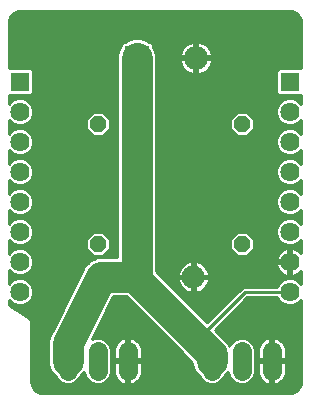
<source format=gbl>
G75*
%MOIN*%
%OFA0B0*%
%FSLAX25Y25*%
%IPPOS*%
%LPD*%
%AMOC8*
5,1,8,0,0,1.08239X$1,22.5*
%
%ADD10R,0.06400X0.06400*%
%ADD11C,0.06400*%
%ADD12OC8,0.05600*%
%ADD13C,0.06400*%
%ADD14R,0.08000X0.08000*%
%ADD15C,0.08000*%
%ADD16C,0.07600*%
%ADD17R,0.07600X0.07600*%
%ADD18C,0.01000*%
%ADD19C,0.10400*%
D10*
X0092000Y0106500D03*
X0182000Y0106500D03*
D11*
X0182000Y0096500D03*
X0182000Y0086500D03*
X0182000Y0076500D03*
X0182000Y0066500D03*
X0182000Y0056500D03*
X0182000Y0046500D03*
X0182000Y0036500D03*
X0092000Y0036500D03*
X0092000Y0046500D03*
X0092000Y0056500D03*
X0092000Y0066500D03*
X0092000Y0076500D03*
X0092000Y0086500D03*
X0092000Y0096500D03*
D12*
X0118000Y0092500D03*
X0166000Y0092500D03*
X0166000Y0052500D03*
X0118000Y0052500D03*
D13*
X0118000Y0016700D02*
X0118000Y0010300D01*
X0108000Y0010300D02*
X0108000Y0016700D01*
X0128000Y0016700D02*
X0128000Y0010300D01*
X0156000Y0010300D02*
X0156000Y0016700D01*
X0166000Y0016700D02*
X0166000Y0010300D01*
X0176000Y0010300D02*
X0176000Y0016700D01*
D14*
X0131000Y0114500D03*
D15*
X0150685Y0114500D03*
D16*
X0149843Y0041500D03*
D17*
X0130157Y0041500D03*
D18*
X0088350Y0033786D02*
X0088350Y0032222D01*
X0094909Y0027850D01*
X0095059Y0027850D01*
X0095360Y0027549D01*
X0095714Y0027313D01*
X0095744Y0027166D01*
X0095850Y0027059D01*
X0095850Y0026634D01*
X0095933Y0026216D01*
X0095850Y0026091D01*
X0095850Y0006500D01*
X0095920Y0005788D01*
X0096465Y0004472D01*
X0097472Y0003465D01*
X0098788Y0002920D01*
X0099500Y0002850D01*
X0182000Y0002850D01*
X0182712Y0002920D01*
X0184028Y0003465D01*
X0185035Y0004472D01*
X0185580Y0005788D01*
X0185650Y0006500D01*
X0185650Y0033786D01*
X0184549Y0032685D01*
X0182895Y0032000D01*
X0181105Y0032000D01*
X0179451Y0032685D01*
X0178185Y0033951D01*
X0177875Y0034700D01*
X0167746Y0034700D01*
X0156948Y0023902D01*
X0159682Y0021168D01*
X0161510Y0019339D01*
X0161866Y0018480D01*
X0162185Y0019249D01*
X0163451Y0020515D01*
X0165105Y0021200D01*
X0166895Y0021200D01*
X0168549Y0020515D01*
X0169815Y0019249D01*
X0170500Y0017595D01*
X0170500Y0009405D01*
X0169815Y0007751D01*
X0168549Y0006485D01*
X0166895Y0005800D01*
X0165105Y0005800D01*
X0163451Y0006485D01*
X0162185Y0007751D01*
X0161500Y0009405D01*
X0161500Y0009808D01*
X0160078Y0008385D01*
X0159815Y0007751D01*
X0158549Y0006485D01*
X0156895Y0005800D01*
X0155105Y0005800D01*
X0153451Y0006485D01*
X0152185Y0007751D01*
X0151922Y0008385D01*
X0150490Y0009818D01*
X0149500Y0012207D01*
X0149500Y0012965D01*
X0145568Y0016897D01*
X0127465Y0035000D01*
X0123030Y0035000D01*
X0115939Y0020717D01*
X0117105Y0021200D01*
X0118895Y0021200D01*
X0120549Y0020515D01*
X0121815Y0019249D01*
X0122500Y0017595D01*
X0122500Y0009405D01*
X0121815Y0007751D01*
X0120549Y0006485D01*
X0118895Y0005800D01*
X0117105Y0005800D01*
X0115451Y0006485D01*
X0114185Y0007751D01*
X0113500Y0009405D01*
X0113500Y0009808D01*
X0112078Y0008385D01*
X0111815Y0007751D01*
X0110549Y0006485D01*
X0108895Y0005800D01*
X0107105Y0005800D01*
X0105451Y0006485D01*
X0104185Y0007751D01*
X0103922Y0008385D01*
X0102490Y0009818D01*
X0101500Y0012207D01*
X0101500Y0018278D01*
X0101427Y0018495D01*
X0101500Y0019564D01*
X0101500Y0020635D01*
X0101587Y0020847D01*
X0101603Y0021075D01*
X0102080Y0022035D01*
X0102490Y0023024D01*
X0102651Y0023186D01*
X0113080Y0044192D01*
X0113490Y0045182D01*
X0113651Y0045344D01*
X0113753Y0045548D01*
X0114560Y0046253D01*
X0115318Y0047010D01*
X0115529Y0047098D01*
X0115702Y0047248D01*
X0116717Y0047590D01*
X0117707Y0048000D01*
X0117936Y0048000D01*
X0118152Y0048073D01*
X0119221Y0048000D01*
X0124500Y0048000D01*
X0124500Y0115793D01*
X0125490Y0118182D01*
X0125700Y0118392D01*
X0125700Y0119038D01*
X0126462Y0119800D01*
X0127108Y0119800D01*
X0127318Y0120010D01*
X0129707Y0121000D01*
X0132293Y0121000D01*
X0134682Y0120010D01*
X0134892Y0119800D01*
X0135538Y0119800D01*
X0136300Y0119038D01*
X0136300Y0118392D01*
X0136510Y0118182D01*
X0137500Y0115793D01*
X0137500Y0043350D01*
X0154402Y0026448D01*
X0166254Y0038300D01*
X0177875Y0038300D01*
X0178185Y0039049D01*
X0179451Y0040315D01*
X0181105Y0041000D01*
X0182895Y0041000D01*
X0184549Y0040315D01*
X0185650Y0039214D01*
X0185650Y0043528D01*
X0185585Y0043438D01*
X0185062Y0042915D01*
X0184463Y0042480D01*
X0183804Y0042144D01*
X0183101Y0041916D01*
X0182500Y0041821D01*
X0182500Y0046000D01*
X0181500Y0046000D01*
X0181500Y0041821D01*
X0180899Y0041916D01*
X0180196Y0042144D01*
X0179537Y0042480D01*
X0178938Y0042915D01*
X0178415Y0043438D01*
X0177980Y0044037D01*
X0177644Y0044696D01*
X0177416Y0045399D01*
X0177321Y0046000D01*
X0181500Y0046000D01*
X0181500Y0047000D01*
X0181500Y0051179D01*
X0180899Y0051084D01*
X0180196Y0050856D01*
X0179537Y0050520D01*
X0178938Y0050085D01*
X0178415Y0049562D01*
X0177980Y0048963D01*
X0177644Y0048304D01*
X0177416Y0047601D01*
X0177321Y0047000D01*
X0181500Y0047000D01*
X0182500Y0047000D01*
X0182500Y0051179D01*
X0183101Y0051084D01*
X0183804Y0050856D01*
X0184463Y0050520D01*
X0185062Y0050085D01*
X0185585Y0049562D01*
X0185650Y0049472D01*
X0185650Y0053786D01*
X0184549Y0052685D01*
X0182895Y0052000D01*
X0181105Y0052000D01*
X0179451Y0052685D01*
X0178185Y0053951D01*
X0177500Y0055605D01*
X0177500Y0057395D01*
X0178185Y0059049D01*
X0179451Y0060315D01*
X0181105Y0061000D01*
X0182895Y0061000D01*
X0184549Y0060315D01*
X0185650Y0059214D01*
X0185650Y0063786D01*
X0184549Y0062685D01*
X0182895Y0062000D01*
X0181105Y0062000D01*
X0179451Y0062685D01*
X0178185Y0063951D01*
X0177500Y0065605D01*
X0177500Y0067395D01*
X0178185Y0069049D01*
X0179451Y0070315D01*
X0181105Y0071000D01*
X0182895Y0071000D01*
X0184549Y0070315D01*
X0185650Y0069214D01*
X0185650Y0073786D01*
X0184549Y0072685D01*
X0182895Y0072000D01*
X0181105Y0072000D01*
X0179451Y0072685D01*
X0178185Y0073951D01*
X0177500Y0075605D01*
X0177500Y0077395D01*
X0178185Y0079049D01*
X0179451Y0080315D01*
X0181105Y0081000D01*
X0182895Y0081000D01*
X0184549Y0080315D01*
X0185650Y0079214D01*
X0185650Y0083786D01*
X0184549Y0082685D01*
X0182895Y0082000D01*
X0181105Y0082000D01*
X0179451Y0082685D01*
X0178185Y0083951D01*
X0177500Y0085605D01*
X0177500Y0087395D01*
X0178185Y0089049D01*
X0179451Y0090315D01*
X0181105Y0091000D01*
X0182895Y0091000D01*
X0184549Y0090315D01*
X0185650Y0089214D01*
X0185650Y0093786D01*
X0184549Y0092685D01*
X0182895Y0092000D01*
X0181105Y0092000D01*
X0179451Y0092685D01*
X0178185Y0093951D01*
X0177500Y0095605D01*
X0177500Y0097395D01*
X0178185Y0099049D01*
X0179451Y0100315D01*
X0181105Y0101000D01*
X0182895Y0101000D01*
X0184549Y0100315D01*
X0185650Y0099214D01*
X0185650Y0102000D01*
X0178262Y0102000D01*
X0177500Y0102762D01*
X0177500Y0110238D01*
X0178262Y0111000D01*
X0185650Y0111000D01*
X0185650Y0126500D01*
X0185580Y0127212D01*
X0185035Y0128528D01*
X0184028Y0129535D01*
X0182712Y0130080D01*
X0182000Y0130150D01*
X0092000Y0130150D01*
X0091288Y0130080D01*
X0089972Y0129535D01*
X0088965Y0128528D01*
X0088420Y0127212D01*
X0088350Y0126500D01*
X0088350Y0111000D01*
X0095738Y0111000D01*
X0096500Y0110238D01*
X0096500Y0102762D01*
X0095738Y0102000D01*
X0088350Y0102000D01*
X0088350Y0099214D01*
X0089451Y0100315D01*
X0091105Y0101000D01*
X0092895Y0101000D01*
X0094549Y0100315D01*
X0095815Y0099049D01*
X0096500Y0097395D01*
X0096500Y0095605D01*
X0095815Y0093951D01*
X0094549Y0092685D01*
X0092895Y0092000D01*
X0091105Y0092000D01*
X0089451Y0092685D01*
X0088350Y0093786D01*
X0088350Y0089214D01*
X0089451Y0090315D01*
X0091105Y0091000D01*
X0092895Y0091000D01*
X0094549Y0090315D01*
X0095815Y0089049D01*
X0096500Y0087395D01*
X0096500Y0085605D01*
X0095815Y0083951D01*
X0094549Y0082685D01*
X0092895Y0082000D01*
X0091105Y0082000D01*
X0089451Y0082685D01*
X0088350Y0083786D01*
X0088350Y0079214D01*
X0089451Y0080315D01*
X0091105Y0081000D01*
X0092895Y0081000D01*
X0094549Y0080315D01*
X0095815Y0079049D01*
X0096500Y0077395D01*
X0096500Y0075605D01*
X0095815Y0073951D01*
X0094549Y0072685D01*
X0092895Y0072000D01*
X0091105Y0072000D01*
X0089451Y0072685D01*
X0088350Y0073786D01*
X0088350Y0069214D01*
X0089451Y0070315D01*
X0091105Y0071000D01*
X0092895Y0071000D01*
X0094549Y0070315D01*
X0095815Y0069049D01*
X0096500Y0067395D01*
X0096500Y0065605D01*
X0095815Y0063951D01*
X0094549Y0062685D01*
X0092895Y0062000D01*
X0091105Y0062000D01*
X0089451Y0062685D01*
X0088350Y0063786D01*
X0088350Y0059214D01*
X0089451Y0060315D01*
X0091105Y0061000D01*
X0092895Y0061000D01*
X0094549Y0060315D01*
X0095815Y0059049D01*
X0096500Y0057395D01*
X0096500Y0055605D01*
X0095815Y0053951D01*
X0094549Y0052685D01*
X0092895Y0052000D01*
X0091105Y0052000D01*
X0089451Y0052685D01*
X0088350Y0053786D01*
X0088350Y0049214D01*
X0089451Y0050315D01*
X0091105Y0051000D01*
X0092895Y0051000D01*
X0094549Y0050315D01*
X0095815Y0049049D01*
X0096500Y0047395D01*
X0096500Y0045605D01*
X0095815Y0043951D01*
X0094549Y0042685D01*
X0092895Y0042000D01*
X0091105Y0042000D01*
X0089451Y0042685D01*
X0088350Y0043786D01*
X0088350Y0039214D01*
X0089451Y0040315D01*
X0091105Y0041000D01*
X0092895Y0041000D01*
X0094549Y0040315D01*
X0095815Y0039049D01*
X0096500Y0037395D01*
X0096500Y0035605D01*
X0095815Y0033951D01*
X0094549Y0032685D01*
X0092895Y0032000D01*
X0091105Y0032000D01*
X0089451Y0032685D01*
X0088350Y0033786D01*
X0088350Y0033452D02*
X0088684Y0033452D01*
X0088350Y0032454D02*
X0090009Y0032454D01*
X0089501Y0031455D02*
X0106756Y0031455D01*
X0106261Y0030457D02*
X0090998Y0030457D01*
X0092496Y0029458D02*
X0105765Y0029458D01*
X0105269Y0028460D02*
X0093994Y0028460D01*
X0095492Y0027461D02*
X0104774Y0027461D01*
X0104278Y0026463D02*
X0095884Y0026463D01*
X0095850Y0025464D02*
X0103782Y0025464D01*
X0103287Y0024466D02*
X0095850Y0024466D01*
X0095850Y0023467D02*
X0102791Y0023467D01*
X0102259Y0022469D02*
X0095850Y0022469D01*
X0095850Y0021470D02*
X0101799Y0021470D01*
X0101500Y0020472D02*
X0095850Y0020472D01*
X0095850Y0019473D02*
X0101494Y0019473D01*
X0101434Y0018475D02*
X0095850Y0018475D01*
X0095850Y0017476D02*
X0101500Y0017476D01*
X0101500Y0016478D02*
X0095850Y0016478D01*
X0095850Y0015479D02*
X0101500Y0015479D01*
X0101500Y0014481D02*
X0095850Y0014481D01*
X0095850Y0013482D02*
X0101500Y0013482D01*
X0101500Y0012484D02*
X0095850Y0012484D01*
X0095850Y0011485D02*
X0101799Y0011485D01*
X0102213Y0010487D02*
X0095850Y0010487D01*
X0095850Y0009488D02*
X0102820Y0009488D01*
X0103818Y0008490D02*
X0095850Y0008490D01*
X0095850Y0007491D02*
X0104445Y0007491D01*
X0105443Y0006493D02*
X0095851Y0006493D01*
X0096042Y0005494D02*
X0185458Y0005494D01*
X0185649Y0006493D02*
X0178756Y0006493D01*
X0178463Y0006280D02*
X0179062Y0006715D01*
X0179585Y0007238D01*
X0180020Y0007837D01*
X0180356Y0008496D01*
X0180584Y0009199D01*
X0180700Y0009930D01*
X0180700Y0013000D01*
X0176500Y0013000D01*
X0176500Y0014000D01*
X0180700Y0014000D01*
X0180700Y0017070D01*
X0180584Y0017801D01*
X0180356Y0018504D01*
X0180020Y0019163D01*
X0179585Y0019762D01*
X0179062Y0020285D01*
X0178463Y0020720D01*
X0177804Y0021056D01*
X0177101Y0021284D01*
X0176500Y0021379D01*
X0176500Y0014000D01*
X0175500Y0014000D01*
X0175500Y0021379D01*
X0174899Y0021284D01*
X0174196Y0021056D01*
X0173537Y0020720D01*
X0172938Y0020285D01*
X0172415Y0019762D01*
X0171980Y0019163D01*
X0171644Y0018504D01*
X0171416Y0017801D01*
X0171300Y0017070D01*
X0171300Y0014000D01*
X0175500Y0014000D01*
X0175500Y0013000D01*
X0176500Y0013000D01*
X0176500Y0005621D01*
X0177101Y0005716D01*
X0177804Y0005944D01*
X0178463Y0006280D01*
X0179769Y0007491D02*
X0185650Y0007491D01*
X0185650Y0008490D02*
X0180352Y0008490D01*
X0180630Y0009488D02*
X0185650Y0009488D01*
X0185650Y0010487D02*
X0180700Y0010487D01*
X0180700Y0011485D02*
X0185650Y0011485D01*
X0185650Y0012484D02*
X0180700Y0012484D01*
X0180700Y0014481D02*
X0185650Y0014481D01*
X0185650Y0015479D02*
X0180700Y0015479D01*
X0180700Y0016478D02*
X0185650Y0016478D01*
X0185650Y0017476D02*
X0180636Y0017476D01*
X0180365Y0018475D02*
X0185650Y0018475D01*
X0185650Y0019473D02*
X0179795Y0019473D01*
X0178805Y0020472D02*
X0185650Y0020472D01*
X0185650Y0021470D02*
X0159380Y0021470D01*
X0160378Y0020472D02*
X0163408Y0020472D01*
X0162409Y0019473D02*
X0161377Y0019473D01*
X0158381Y0022469D02*
X0185650Y0022469D01*
X0185650Y0023467D02*
X0157383Y0023467D01*
X0157511Y0024466D02*
X0185650Y0024466D01*
X0185650Y0025464D02*
X0158510Y0025464D01*
X0159508Y0026463D02*
X0185650Y0026463D01*
X0185650Y0027461D02*
X0160507Y0027461D01*
X0161505Y0028460D02*
X0185650Y0028460D01*
X0185650Y0029458D02*
X0162504Y0029458D01*
X0163502Y0030457D02*
X0185650Y0030457D01*
X0185650Y0031455D02*
X0164501Y0031455D01*
X0165499Y0032454D02*
X0180009Y0032454D01*
X0178684Y0033452D02*
X0166498Y0033452D01*
X0167496Y0034451D02*
X0177978Y0034451D01*
X0182000Y0036500D02*
X0167000Y0036500D01*
X0151079Y0020579D01*
X0145987Y0016478D02*
X0132700Y0016478D01*
X0132700Y0017070D02*
X0132584Y0017801D01*
X0132356Y0018504D01*
X0132020Y0019163D01*
X0131585Y0019762D01*
X0131062Y0020285D01*
X0130463Y0020720D01*
X0129804Y0021056D01*
X0129101Y0021284D01*
X0128500Y0021379D01*
X0128500Y0014000D01*
X0132700Y0014000D01*
X0132700Y0017070D01*
X0132636Y0017476D02*
X0144989Y0017476D01*
X0143990Y0018475D02*
X0132365Y0018475D01*
X0131795Y0019473D02*
X0142992Y0019473D01*
X0141993Y0020472D02*
X0130805Y0020472D01*
X0128500Y0020472D02*
X0127500Y0020472D01*
X0127500Y0021379D02*
X0126899Y0021284D01*
X0126196Y0021056D01*
X0125537Y0020720D01*
X0124938Y0020285D01*
X0124415Y0019762D01*
X0123980Y0019163D01*
X0123644Y0018504D01*
X0123416Y0017801D01*
X0123300Y0017070D01*
X0123300Y0014000D01*
X0127500Y0014000D01*
X0127500Y0021379D01*
X0125195Y0020472D02*
X0120592Y0020472D01*
X0121591Y0019473D02*
X0124205Y0019473D01*
X0123635Y0018475D02*
X0122136Y0018475D01*
X0122500Y0017476D02*
X0123364Y0017476D01*
X0123300Y0016478D02*
X0122500Y0016478D01*
X0122500Y0015479D02*
X0123300Y0015479D01*
X0123300Y0014481D02*
X0122500Y0014481D01*
X0122500Y0013482D02*
X0127500Y0013482D01*
X0127500Y0013000D02*
X0127500Y0014000D01*
X0128500Y0014000D01*
X0128500Y0013000D01*
X0132700Y0013000D01*
X0132700Y0009930D01*
X0132584Y0009199D01*
X0132356Y0008496D01*
X0132020Y0007837D01*
X0131585Y0007238D01*
X0131062Y0006715D01*
X0130463Y0006280D01*
X0129804Y0005944D01*
X0129101Y0005716D01*
X0128500Y0005621D01*
X0128500Y0013000D01*
X0127500Y0013000D01*
X0127500Y0005621D01*
X0126899Y0005716D01*
X0126196Y0005944D01*
X0125537Y0006280D01*
X0124938Y0006715D01*
X0124415Y0007238D01*
X0123980Y0007837D01*
X0123644Y0008496D01*
X0123416Y0009199D01*
X0123300Y0009930D01*
X0123300Y0013000D01*
X0127500Y0013000D01*
X0127500Y0012484D02*
X0128500Y0012484D01*
X0128500Y0013482D02*
X0148983Y0013482D01*
X0149500Y0012484D02*
X0132700Y0012484D01*
X0132700Y0011485D02*
X0149799Y0011485D01*
X0150213Y0010487D02*
X0132700Y0010487D01*
X0132630Y0009488D02*
X0150820Y0009488D01*
X0151818Y0008490D02*
X0132352Y0008490D01*
X0131769Y0007491D02*
X0152445Y0007491D01*
X0153443Y0006493D02*
X0130756Y0006493D01*
X0128500Y0006493D02*
X0127500Y0006493D01*
X0127500Y0007491D02*
X0128500Y0007491D01*
X0128500Y0008490D02*
X0127500Y0008490D01*
X0127500Y0009488D02*
X0128500Y0009488D01*
X0128500Y0010487D02*
X0127500Y0010487D01*
X0127500Y0011485D02*
X0128500Y0011485D01*
X0128500Y0014481D02*
X0127500Y0014481D01*
X0127500Y0015479D02*
X0128500Y0015479D01*
X0128500Y0016478D02*
X0127500Y0016478D01*
X0127500Y0017476D02*
X0128500Y0017476D01*
X0128500Y0018475D02*
X0127500Y0018475D01*
X0127500Y0019473D02*
X0128500Y0019473D01*
X0132700Y0015479D02*
X0146986Y0015479D01*
X0147984Y0014481D02*
X0132700Y0014481D01*
X0123300Y0012484D02*
X0122500Y0012484D01*
X0122500Y0011485D02*
X0123300Y0011485D01*
X0123300Y0010487D02*
X0122500Y0010487D01*
X0122500Y0009488D02*
X0123370Y0009488D01*
X0123648Y0008490D02*
X0122121Y0008490D01*
X0121555Y0007491D02*
X0124231Y0007491D01*
X0125244Y0006493D02*
X0120557Y0006493D01*
X0115443Y0006493D02*
X0110557Y0006493D01*
X0111555Y0007491D02*
X0114445Y0007491D01*
X0113879Y0008490D02*
X0112182Y0008490D01*
X0113180Y0009488D02*
X0113500Y0009488D01*
X0116313Y0021470D02*
X0140995Y0021470D01*
X0139996Y0022469D02*
X0116809Y0022469D01*
X0117305Y0023467D02*
X0138998Y0023467D01*
X0137999Y0024466D02*
X0117800Y0024466D01*
X0118296Y0025464D02*
X0137001Y0025464D01*
X0136002Y0026463D02*
X0118792Y0026463D01*
X0119287Y0027461D02*
X0135004Y0027461D01*
X0134005Y0028460D02*
X0119783Y0028460D01*
X0120279Y0029458D02*
X0133007Y0029458D01*
X0132008Y0030457D02*
X0120775Y0030457D01*
X0121270Y0031455D02*
X0131010Y0031455D01*
X0130011Y0032454D02*
X0121766Y0032454D01*
X0122262Y0033452D02*
X0129013Y0033452D01*
X0128014Y0034451D02*
X0122757Y0034451D01*
X0111218Y0040442D02*
X0094242Y0040442D01*
X0095421Y0039443D02*
X0110722Y0039443D01*
X0110226Y0038445D02*
X0096065Y0038445D01*
X0096479Y0037446D02*
X0109731Y0037446D01*
X0109235Y0036448D02*
X0096500Y0036448D01*
X0096436Y0035449D02*
X0108739Y0035449D01*
X0108244Y0034451D02*
X0096022Y0034451D01*
X0095316Y0033452D02*
X0107748Y0033452D01*
X0107252Y0032454D02*
X0093991Y0032454D01*
X0088579Y0039443D02*
X0088350Y0039443D01*
X0088350Y0040442D02*
X0089758Y0040442D01*
X0088350Y0041440D02*
X0111714Y0041440D01*
X0112209Y0042439D02*
X0093955Y0042439D01*
X0095301Y0043437D02*
X0112705Y0043437D01*
X0113181Y0044436D02*
X0096016Y0044436D01*
X0096429Y0045434D02*
X0113696Y0045434D01*
X0114741Y0046433D02*
X0096500Y0046433D01*
X0096485Y0047432D02*
X0116246Y0047432D01*
X0116302Y0048400D02*
X0119698Y0048400D01*
X0122100Y0050802D01*
X0122100Y0054198D01*
X0119698Y0056600D01*
X0116302Y0056600D01*
X0113900Y0054198D01*
X0113900Y0050802D01*
X0116302Y0048400D01*
X0116272Y0048430D02*
X0096071Y0048430D01*
X0095435Y0049429D02*
X0115273Y0049429D01*
X0114275Y0050427D02*
X0094278Y0050427D01*
X0093919Y0052424D02*
X0113900Y0052424D01*
X0113900Y0051426D02*
X0088350Y0051426D01*
X0088350Y0052424D02*
X0090081Y0052424D01*
X0088713Y0053423D02*
X0088350Y0053423D01*
X0088350Y0050427D02*
X0089722Y0050427D01*
X0088565Y0049429D02*
X0088350Y0049429D01*
X0095287Y0053423D02*
X0113900Y0053423D01*
X0114123Y0054421D02*
X0096010Y0054421D01*
X0096423Y0055420D02*
X0115121Y0055420D01*
X0116120Y0056418D02*
X0096500Y0056418D01*
X0096491Y0057417D02*
X0124500Y0057417D01*
X0124500Y0058415D02*
X0096077Y0058415D01*
X0095450Y0059414D02*
X0124500Y0059414D01*
X0124500Y0060412D02*
X0094314Y0060412D01*
X0093883Y0062409D02*
X0124500Y0062409D01*
X0124500Y0061411D02*
X0088350Y0061411D01*
X0088350Y0062409D02*
X0090117Y0062409D01*
X0088728Y0063408D02*
X0088350Y0063408D01*
X0088350Y0060412D02*
X0089686Y0060412D01*
X0088550Y0059414D02*
X0088350Y0059414D01*
X0095272Y0063408D02*
X0124500Y0063408D01*
X0124500Y0064406D02*
X0096003Y0064406D01*
X0096417Y0065405D02*
X0124500Y0065405D01*
X0124500Y0066403D02*
X0096500Y0066403D01*
X0096497Y0067402D02*
X0124500Y0067402D01*
X0124500Y0068400D02*
X0096084Y0068400D01*
X0095465Y0069399D02*
X0124500Y0069399D01*
X0124500Y0070397D02*
X0094350Y0070397D01*
X0093847Y0072394D02*
X0124500Y0072394D01*
X0124500Y0071396D02*
X0088350Y0071396D01*
X0088350Y0072394D02*
X0090153Y0072394D01*
X0088743Y0073393D02*
X0088350Y0073393D01*
X0088350Y0070397D02*
X0089650Y0070397D01*
X0088535Y0069399D02*
X0088350Y0069399D01*
X0095257Y0073393D02*
X0124500Y0073393D01*
X0124500Y0074391D02*
X0095997Y0074391D01*
X0096411Y0075390D02*
X0124500Y0075390D01*
X0124500Y0076388D02*
X0096500Y0076388D01*
X0096500Y0077387D02*
X0124500Y0077387D01*
X0124500Y0078385D02*
X0096090Y0078385D01*
X0095480Y0079384D02*
X0124500Y0079384D01*
X0124500Y0080382D02*
X0094386Y0080382D01*
X0093811Y0082379D02*
X0124500Y0082379D01*
X0124500Y0081381D02*
X0088350Y0081381D01*
X0088350Y0082379D02*
X0090189Y0082379D01*
X0088758Y0083378D02*
X0088350Y0083378D01*
X0088350Y0080382D02*
X0089614Y0080382D01*
X0088520Y0079384D02*
X0088350Y0079384D01*
X0095242Y0083378D02*
X0124500Y0083378D01*
X0124500Y0084376D02*
X0095991Y0084376D01*
X0096405Y0085375D02*
X0124500Y0085375D01*
X0124500Y0086373D02*
X0096500Y0086373D01*
X0096500Y0087372D02*
X0124500Y0087372D01*
X0124500Y0088370D02*
X0096096Y0088370D01*
X0095495Y0089369D02*
X0115333Y0089369D01*
X0116302Y0088400D02*
X0113900Y0090802D01*
X0113900Y0094198D01*
X0116302Y0096600D01*
X0119698Y0096600D01*
X0122100Y0094198D01*
X0122100Y0090802D01*
X0119698Y0088400D01*
X0116302Y0088400D01*
X0114334Y0090368D02*
X0094422Y0090368D01*
X0093775Y0092365D02*
X0113900Y0092365D01*
X0113900Y0093363D02*
X0095227Y0093363D01*
X0095985Y0094362D02*
X0114063Y0094362D01*
X0115062Y0095360D02*
X0096399Y0095360D01*
X0096500Y0096359D02*
X0116060Y0096359D01*
X0119940Y0096359D02*
X0124500Y0096359D01*
X0124500Y0097357D02*
X0096500Y0097357D01*
X0096102Y0098356D02*
X0124500Y0098356D01*
X0124500Y0099354D02*
X0095510Y0099354D01*
X0094458Y0100353D02*
X0124500Y0100353D01*
X0124500Y0101351D02*
X0088350Y0101351D01*
X0088350Y0100353D02*
X0089542Y0100353D01*
X0088490Y0099354D02*
X0088350Y0099354D01*
X0088350Y0093363D02*
X0088773Y0093363D01*
X0088350Y0092365D02*
X0090225Y0092365D01*
X0088350Y0091366D02*
X0113900Y0091366D01*
X0120667Y0089369D02*
X0124500Y0089369D01*
X0124500Y0090368D02*
X0121666Y0090368D01*
X0122100Y0091366D02*
X0124500Y0091366D01*
X0124500Y0092365D02*
X0122100Y0092365D01*
X0122100Y0093363D02*
X0124500Y0093363D01*
X0124500Y0094362D02*
X0121937Y0094362D01*
X0120938Y0095360D02*
X0124500Y0095360D01*
X0124500Y0102350D02*
X0096088Y0102350D01*
X0096500Y0103348D02*
X0124500Y0103348D01*
X0124500Y0104347D02*
X0096500Y0104347D01*
X0096500Y0105345D02*
X0124500Y0105345D01*
X0124500Y0106344D02*
X0096500Y0106344D01*
X0096500Y0107342D02*
X0124500Y0107342D01*
X0124500Y0108341D02*
X0096500Y0108341D01*
X0096500Y0109339D02*
X0124500Y0109339D01*
X0124500Y0110338D02*
X0096401Y0110338D01*
X0088350Y0111336D02*
X0124500Y0111336D01*
X0124500Y0112335D02*
X0088350Y0112335D01*
X0088350Y0113333D02*
X0124500Y0113333D01*
X0124500Y0114332D02*
X0088350Y0114332D01*
X0088350Y0115330D02*
X0124500Y0115330D01*
X0124722Y0116329D02*
X0088350Y0116329D01*
X0088350Y0117327D02*
X0125136Y0117327D01*
X0125633Y0118326D02*
X0088350Y0118326D01*
X0088350Y0119324D02*
X0125986Y0119324D01*
X0128072Y0120323D02*
X0088350Y0120323D01*
X0088350Y0121321D02*
X0185650Y0121321D01*
X0185650Y0120323D02*
X0133928Y0120323D01*
X0136014Y0119324D02*
X0148039Y0119324D01*
X0147802Y0119204D02*
X0147102Y0118695D01*
X0146490Y0118083D01*
X0145981Y0117383D01*
X0145588Y0116611D01*
X0145320Y0115788D01*
X0145196Y0115000D01*
X0150185Y0115000D01*
X0150185Y0114000D01*
X0145196Y0114000D01*
X0145320Y0113212D01*
X0145588Y0112389D01*
X0145981Y0111617D01*
X0146490Y0110917D01*
X0147102Y0110305D01*
X0147802Y0109796D01*
X0148574Y0109403D01*
X0149397Y0109135D01*
X0150185Y0109011D01*
X0150185Y0114000D01*
X0151185Y0114000D01*
X0151185Y0109011D01*
X0151973Y0109135D01*
X0152796Y0109403D01*
X0153568Y0109796D01*
X0154268Y0110305D01*
X0154880Y0110917D01*
X0155389Y0111617D01*
X0155782Y0112389D01*
X0156050Y0113212D01*
X0156174Y0114000D01*
X0151185Y0114000D01*
X0151185Y0115000D01*
X0150185Y0115000D01*
X0150185Y0119989D01*
X0149397Y0119865D01*
X0148574Y0119597D01*
X0147802Y0119204D01*
X0146733Y0118326D02*
X0136367Y0118326D01*
X0136864Y0117327D02*
X0145953Y0117327D01*
X0145496Y0116329D02*
X0137278Y0116329D01*
X0137500Y0115330D02*
X0145248Y0115330D01*
X0145301Y0113333D02*
X0137500Y0113333D01*
X0137500Y0112335D02*
X0145615Y0112335D01*
X0146185Y0111336D02*
X0137500Y0111336D01*
X0137500Y0110338D02*
X0147069Y0110338D01*
X0148770Y0109339D02*
X0137500Y0109339D01*
X0137500Y0108341D02*
X0177500Y0108341D01*
X0177500Y0109339D02*
X0152600Y0109339D01*
X0151185Y0109339D02*
X0150185Y0109339D01*
X0150185Y0110338D02*
X0151185Y0110338D01*
X0151185Y0111336D02*
X0150185Y0111336D01*
X0150185Y0112335D02*
X0151185Y0112335D01*
X0151185Y0113333D02*
X0150185Y0113333D01*
X0150185Y0114332D02*
X0137500Y0114332D01*
X0137500Y0107342D02*
X0177500Y0107342D01*
X0177500Y0106344D02*
X0137500Y0106344D01*
X0137500Y0105345D02*
X0177500Y0105345D01*
X0177500Y0104347D02*
X0137500Y0104347D01*
X0137500Y0103348D02*
X0177500Y0103348D01*
X0177912Y0102350D02*
X0137500Y0102350D01*
X0137500Y0101351D02*
X0185650Y0101351D01*
X0185650Y0100353D02*
X0184458Y0100353D01*
X0185510Y0099354D02*
X0185650Y0099354D01*
X0179542Y0100353D02*
X0137500Y0100353D01*
X0137500Y0099354D02*
X0178490Y0099354D01*
X0177898Y0098356D02*
X0137500Y0098356D01*
X0137500Y0097357D02*
X0177500Y0097357D01*
X0177500Y0096359D02*
X0167940Y0096359D01*
X0167698Y0096600D02*
X0164302Y0096600D01*
X0161900Y0094198D01*
X0161900Y0090802D01*
X0164302Y0088400D01*
X0167698Y0088400D01*
X0170100Y0090802D01*
X0170100Y0094198D01*
X0167698Y0096600D01*
X0168938Y0095360D02*
X0177601Y0095360D01*
X0178015Y0094362D02*
X0169937Y0094362D01*
X0170100Y0093363D02*
X0178773Y0093363D01*
X0180225Y0092365D02*
X0170100Y0092365D01*
X0170100Y0091366D02*
X0185650Y0091366D01*
X0185650Y0090368D02*
X0184422Y0090368D01*
X0185495Y0089369D02*
X0185650Y0089369D01*
X0185650Y0092365D02*
X0183775Y0092365D01*
X0185227Y0093363D02*
X0185650Y0093363D01*
X0179578Y0090368D02*
X0169666Y0090368D01*
X0168667Y0089369D02*
X0178505Y0089369D01*
X0177904Y0088370D02*
X0137500Y0088370D01*
X0137500Y0087372D02*
X0177500Y0087372D01*
X0177500Y0086373D02*
X0137500Y0086373D01*
X0137500Y0085375D02*
X0177595Y0085375D01*
X0178009Y0084376D02*
X0137500Y0084376D01*
X0137500Y0083378D02*
X0178758Y0083378D01*
X0180189Y0082379D02*
X0137500Y0082379D01*
X0137500Y0081381D02*
X0185650Y0081381D01*
X0185650Y0082379D02*
X0183811Y0082379D01*
X0185242Y0083378D02*
X0185650Y0083378D01*
X0185650Y0080382D02*
X0184386Y0080382D01*
X0185480Y0079384D02*
X0185650Y0079384D01*
X0179614Y0080382D02*
X0137500Y0080382D01*
X0137500Y0079384D02*
X0178520Y0079384D01*
X0177910Y0078385D02*
X0137500Y0078385D01*
X0137500Y0077387D02*
X0177500Y0077387D01*
X0177500Y0076388D02*
X0137500Y0076388D01*
X0137500Y0075390D02*
X0177589Y0075390D01*
X0178003Y0074391D02*
X0137500Y0074391D01*
X0137500Y0073393D02*
X0178743Y0073393D01*
X0180153Y0072394D02*
X0137500Y0072394D01*
X0137500Y0071396D02*
X0185650Y0071396D01*
X0185650Y0072394D02*
X0183847Y0072394D01*
X0185257Y0073393D02*
X0185650Y0073393D01*
X0185650Y0070397D02*
X0184350Y0070397D01*
X0185465Y0069399D02*
X0185650Y0069399D01*
X0179650Y0070397D02*
X0137500Y0070397D01*
X0137500Y0069399D02*
X0178535Y0069399D01*
X0177916Y0068400D02*
X0137500Y0068400D01*
X0137500Y0067402D02*
X0177503Y0067402D01*
X0177500Y0066403D02*
X0137500Y0066403D01*
X0137500Y0065405D02*
X0177583Y0065405D01*
X0177996Y0064406D02*
X0137500Y0064406D01*
X0137500Y0063408D02*
X0178728Y0063408D01*
X0180117Y0062409D02*
X0137500Y0062409D01*
X0137500Y0061411D02*
X0185650Y0061411D01*
X0185650Y0062409D02*
X0183883Y0062409D01*
X0185272Y0063408D02*
X0185650Y0063408D01*
X0185650Y0060412D02*
X0184314Y0060412D01*
X0185450Y0059414D02*
X0185650Y0059414D01*
X0179686Y0060412D02*
X0137500Y0060412D01*
X0137500Y0059414D02*
X0178550Y0059414D01*
X0177923Y0058415D02*
X0137500Y0058415D01*
X0137500Y0057417D02*
X0177509Y0057417D01*
X0177500Y0056418D02*
X0167880Y0056418D01*
X0167698Y0056600D02*
X0164302Y0056600D01*
X0161900Y0054198D01*
X0161900Y0050802D01*
X0164302Y0048400D01*
X0167698Y0048400D01*
X0170100Y0050802D01*
X0170100Y0054198D01*
X0167698Y0056600D01*
X0168879Y0055420D02*
X0177577Y0055420D01*
X0177990Y0054421D02*
X0169877Y0054421D01*
X0170100Y0053423D02*
X0178713Y0053423D01*
X0180081Y0052424D02*
X0170100Y0052424D01*
X0170100Y0051426D02*
X0185650Y0051426D01*
X0185650Y0052424D02*
X0183919Y0052424D01*
X0185287Y0053423D02*
X0185650Y0053423D01*
X0185650Y0050427D02*
X0184591Y0050427D01*
X0182500Y0050427D02*
X0181500Y0050427D01*
X0181500Y0049429D02*
X0182500Y0049429D01*
X0182500Y0048430D02*
X0181500Y0048430D01*
X0181500Y0047432D02*
X0182500Y0047432D01*
X0181500Y0046433D02*
X0151811Y0046433D01*
X0151877Y0046412D02*
X0151084Y0046669D01*
X0150260Y0046800D01*
X0150228Y0046800D01*
X0150228Y0041886D01*
X0149457Y0041886D01*
X0149457Y0046800D01*
X0149425Y0046800D01*
X0148601Y0046669D01*
X0147808Y0046412D01*
X0147065Y0046033D01*
X0146390Y0045543D01*
X0145800Y0044953D01*
X0145310Y0044278D01*
X0144931Y0043534D01*
X0144673Y0042741D01*
X0144543Y0041917D01*
X0144543Y0041886D01*
X0149457Y0041886D01*
X0149457Y0041114D01*
X0150228Y0041114D01*
X0150228Y0036200D01*
X0150260Y0036200D01*
X0151084Y0036330D01*
X0151877Y0036588D01*
X0152620Y0036967D01*
X0153295Y0037457D01*
X0153885Y0038047D01*
X0154375Y0038722D01*
X0154754Y0039466D01*
X0155012Y0040259D01*
X0155143Y0041083D01*
X0155142Y0041114D01*
X0150228Y0041114D01*
X0150228Y0041886D01*
X0155143Y0041886D01*
X0155143Y0041917D01*
X0155012Y0042741D01*
X0154754Y0043534D01*
X0154375Y0044278D01*
X0153885Y0044953D01*
X0153295Y0045543D01*
X0152620Y0046033D01*
X0151877Y0046412D01*
X0150228Y0046433D02*
X0149457Y0046433D01*
X0149457Y0045434D02*
X0150228Y0045434D01*
X0150228Y0044436D02*
X0149457Y0044436D01*
X0149457Y0043437D02*
X0150228Y0043437D01*
X0150228Y0042439D02*
X0149457Y0042439D01*
X0149457Y0041440D02*
X0139409Y0041440D01*
X0140408Y0040442D02*
X0144644Y0040442D01*
X0144673Y0040259D02*
X0144931Y0039466D01*
X0145310Y0038722D01*
X0145800Y0038047D01*
X0146390Y0037457D01*
X0147065Y0036967D01*
X0147808Y0036588D01*
X0148601Y0036330D01*
X0149425Y0036200D01*
X0149457Y0036200D01*
X0149457Y0041114D01*
X0144543Y0041114D01*
X0144543Y0041083D01*
X0144673Y0040259D01*
X0144942Y0039443D02*
X0141406Y0039443D01*
X0142405Y0038445D02*
X0145511Y0038445D01*
X0146405Y0037446D02*
X0143403Y0037446D01*
X0144402Y0036448D02*
X0148240Y0036448D01*
X0149457Y0036448D02*
X0150228Y0036448D01*
X0150228Y0037446D02*
X0149457Y0037446D01*
X0149457Y0038445D02*
X0150228Y0038445D01*
X0150228Y0039443D02*
X0149457Y0039443D01*
X0149457Y0040442D02*
X0150228Y0040442D01*
X0150228Y0041440D02*
X0185650Y0041440D01*
X0185650Y0040442D02*
X0184242Y0040442D01*
X0185421Y0039443D02*
X0185650Y0039443D01*
X0185650Y0042439D02*
X0184382Y0042439D01*
X0185584Y0043437D02*
X0185650Y0043437D01*
X0182500Y0043437D02*
X0181500Y0043437D01*
X0181500Y0042439D02*
X0182500Y0042439D01*
X0179618Y0042439D02*
X0155060Y0042439D01*
X0154786Y0043437D02*
X0178416Y0043437D01*
X0177777Y0044436D02*
X0154261Y0044436D01*
X0153403Y0045434D02*
X0177410Y0045434D01*
X0177389Y0047432D02*
X0137500Y0047432D01*
X0137500Y0048430D02*
X0164272Y0048430D01*
X0163273Y0049429D02*
X0137500Y0049429D01*
X0137500Y0050427D02*
X0162275Y0050427D01*
X0161900Y0051426D02*
X0137500Y0051426D01*
X0137500Y0052424D02*
X0161900Y0052424D01*
X0161900Y0053423D02*
X0137500Y0053423D01*
X0137500Y0054421D02*
X0162123Y0054421D01*
X0163121Y0055420D02*
X0137500Y0055420D01*
X0137500Y0056418D02*
X0164120Y0056418D01*
X0169725Y0050427D02*
X0179409Y0050427D01*
X0178318Y0049429D02*
X0168727Y0049429D01*
X0167728Y0048430D02*
X0177708Y0048430D01*
X0181500Y0045434D02*
X0182500Y0045434D01*
X0182500Y0044436D02*
X0181500Y0044436D01*
X0179758Y0040442D02*
X0155041Y0040442D01*
X0154743Y0039443D02*
X0178579Y0039443D01*
X0177935Y0038445D02*
X0154174Y0038445D01*
X0153280Y0037446D02*
X0165401Y0037446D01*
X0164402Y0036448D02*
X0151445Y0036448D01*
X0147397Y0033452D02*
X0161407Y0033452D01*
X0160408Y0032454D02*
X0148396Y0032454D01*
X0149395Y0031455D02*
X0159410Y0031455D01*
X0158411Y0030457D02*
X0150393Y0030457D01*
X0151392Y0029458D02*
X0157413Y0029458D01*
X0156414Y0028460D02*
X0152390Y0028460D01*
X0153389Y0027461D02*
X0155416Y0027461D01*
X0154417Y0026463D02*
X0154387Y0026463D01*
X0146399Y0034451D02*
X0162405Y0034451D01*
X0163404Y0035449D02*
X0145400Y0035449D01*
X0144625Y0042439D02*
X0138411Y0042439D01*
X0137500Y0043437D02*
X0144899Y0043437D01*
X0145424Y0044436D02*
X0137500Y0044436D01*
X0137500Y0045434D02*
X0146282Y0045434D01*
X0147874Y0046433D02*
X0137500Y0046433D01*
X0124500Y0048430D02*
X0119728Y0048430D01*
X0120727Y0049429D02*
X0124500Y0049429D01*
X0124500Y0050427D02*
X0121725Y0050427D01*
X0122100Y0051426D02*
X0124500Y0051426D01*
X0124500Y0052424D02*
X0122100Y0052424D01*
X0122100Y0053423D02*
X0124500Y0053423D01*
X0124500Y0054421D02*
X0121877Y0054421D01*
X0120879Y0055420D02*
X0124500Y0055420D01*
X0124500Y0056418D02*
X0119880Y0056418D01*
X0090045Y0042439D02*
X0088350Y0042439D01*
X0088350Y0043437D02*
X0088699Y0043437D01*
X0096455Y0004496D02*
X0185045Y0004496D01*
X0184060Y0003497D02*
X0097440Y0003497D01*
X0158557Y0006493D02*
X0163443Y0006493D01*
X0162445Y0007491D02*
X0159555Y0007491D01*
X0160182Y0008490D02*
X0161879Y0008490D01*
X0161500Y0009488D02*
X0161180Y0009488D01*
X0168557Y0006493D02*
X0173244Y0006493D01*
X0173537Y0006280D02*
X0172938Y0006715D01*
X0172415Y0007238D01*
X0171980Y0007837D01*
X0171644Y0008496D01*
X0171416Y0009199D01*
X0171300Y0009930D01*
X0171300Y0013000D01*
X0175500Y0013000D01*
X0175500Y0005621D01*
X0174899Y0005716D01*
X0174196Y0005944D01*
X0173537Y0006280D01*
X0172231Y0007491D02*
X0169555Y0007491D01*
X0170121Y0008490D02*
X0171648Y0008490D01*
X0171370Y0009488D02*
X0170500Y0009488D01*
X0170500Y0010487D02*
X0171300Y0010487D01*
X0171300Y0011485D02*
X0170500Y0011485D01*
X0170500Y0012484D02*
X0171300Y0012484D01*
X0170500Y0013482D02*
X0175500Y0013482D01*
X0175500Y0012484D02*
X0176500Y0012484D01*
X0176500Y0013482D02*
X0185650Y0013482D01*
X0176500Y0014481D02*
X0175500Y0014481D01*
X0175500Y0015479D02*
X0176500Y0015479D01*
X0176500Y0016478D02*
X0175500Y0016478D01*
X0175500Y0017476D02*
X0176500Y0017476D01*
X0176500Y0018475D02*
X0175500Y0018475D01*
X0175500Y0019473D02*
X0176500Y0019473D01*
X0176500Y0020472D02*
X0175500Y0020472D01*
X0173195Y0020472D02*
X0168592Y0020472D01*
X0169591Y0019473D02*
X0172205Y0019473D01*
X0171635Y0018475D02*
X0170136Y0018475D01*
X0170500Y0017476D02*
X0171364Y0017476D01*
X0171300Y0016478D02*
X0170500Y0016478D01*
X0170500Y0015479D02*
X0171300Y0015479D01*
X0171300Y0014481D02*
X0170500Y0014481D01*
X0175500Y0011485D02*
X0176500Y0011485D01*
X0176500Y0010487D02*
X0175500Y0010487D01*
X0175500Y0009488D02*
X0176500Y0009488D01*
X0176500Y0008490D02*
X0175500Y0008490D01*
X0175500Y0007491D02*
X0176500Y0007491D01*
X0176500Y0006493D02*
X0175500Y0006493D01*
X0183991Y0032454D02*
X0185650Y0032454D01*
X0185650Y0033452D02*
X0185316Y0033452D01*
X0163333Y0089369D02*
X0137500Y0089369D01*
X0137500Y0090368D02*
X0162334Y0090368D01*
X0161900Y0091366D02*
X0137500Y0091366D01*
X0137500Y0092365D02*
X0161900Y0092365D01*
X0161900Y0093363D02*
X0137500Y0093363D01*
X0137500Y0094362D02*
X0162063Y0094362D01*
X0163062Y0095360D02*
X0137500Y0095360D01*
X0137500Y0096359D02*
X0164060Y0096359D01*
X0154301Y0110338D02*
X0177599Y0110338D01*
X0185650Y0111336D02*
X0155185Y0111336D01*
X0155755Y0112335D02*
X0185650Y0112335D01*
X0185650Y0113333D02*
X0156069Y0113333D01*
X0156174Y0115000D02*
X0156050Y0115788D01*
X0155782Y0116611D01*
X0155389Y0117383D01*
X0154880Y0118083D01*
X0154268Y0118695D01*
X0153568Y0119204D01*
X0152796Y0119597D01*
X0151973Y0119865D01*
X0151185Y0119989D01*
X0151185Y0115000D01*
X0156174Y0115000D01*
X0156122Y0115330D02*
X0185650Y0115330D01*
X0185650Y0114332D02*
X0151185Y0114332D01*
X0151185Y0115330D02*
X0150185Y0115330D01*
X0150185Y0116329D02*
X0151185Y0116329D01*
X0151185Y0117327D02*
X0150185Y0117327D01*
X0150185Y0118326D02*
X0151185Y0118326D01*
X0151185Y0119324D02*
X0150185Y0119324D01*
X0153332Y0119324D02*
X0185650Y0119324D01*
X0185650Y0118326D02*
X0154637Y0118326D01*
X0155417Y0117327D02*
X0185650Y0117327D01*
X0185650Y0116329D02*
X0155874Y0116329D01*
X0184253Y0129309D02*
X0089747Y0129309D01*
X0088875Y0128311D02*
X0185125Y0128311D01*
X0185538Y0127312D02*
X0088462Y0127312D01*
X0088350Y0126314D02*
X0185650Y0126314D01*
X0185650Y0125315D02*
X0088350Y0125315D01*
X0088350Y0124317D02*
X0185650Y0124317D01*
X0185650Y0123318D02*
X0088350Y0123318D01*
X0088350Y0122320D02*
X0185650Y0122320D01*
X0089578Y0090368D02*
X0088350Y0090368D01*
X0088350Y0089369D02*
X0088505Y0089369D01*
D19*
X0131000Y0114500D02*
X0131000Y0042343D01*
X0130157Y0041500D01*
X0119000Y0041500D01*
X0108000Y0019343D01*
X0108000Y0013500D01*
X0130157Y0041500D02*
X0151079Y0020579D01*
X0156000Y0015657D01*
X0156000Y0013500D01*
M02*

</source>
